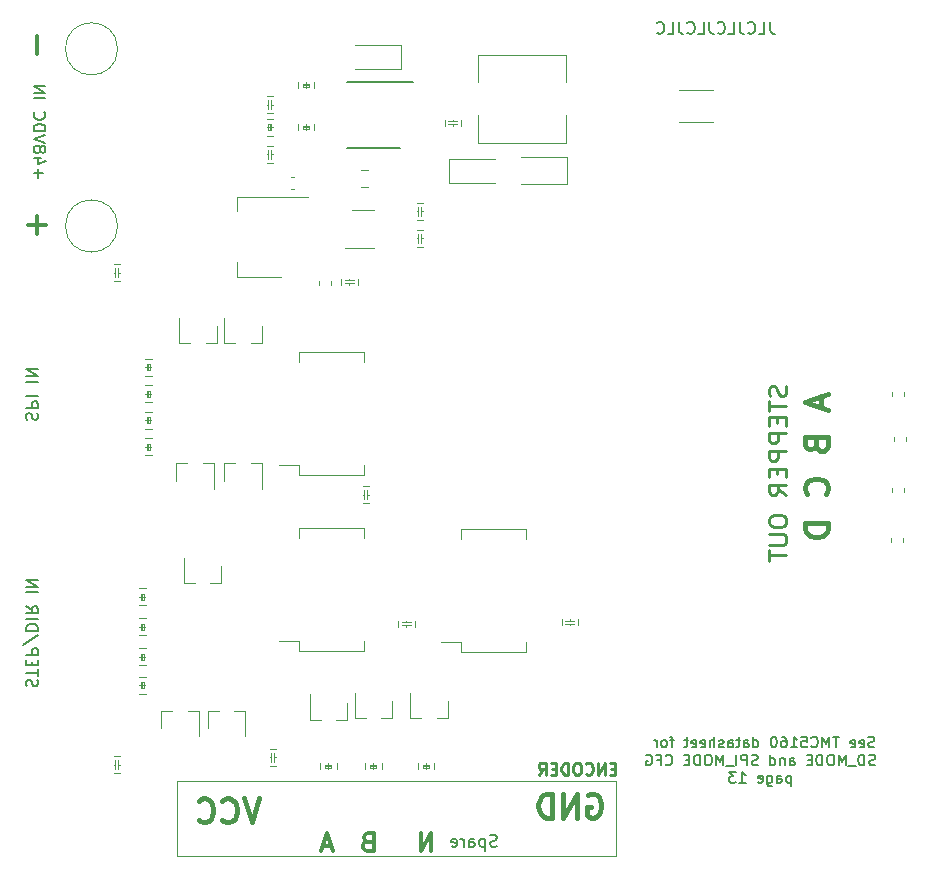
<source format=gbr>
G04 #@! TF.GenerationSoftware,KiCad,Pcbnew,(5.1.6)-1*
G04 #@! TF.CreationDate,2020-05-30T22:10:31+02:00*
G04 #@! TF.ProjectId,TMC51604Axis,544d4335-3136-4303-9441-7869732e6b69,rev?*
G04 #@! TF.SameCoordinates,Original*
G04 #@! TF.FileFunction,Legend,Bot*
G04 #@! TF.FilePolarity,Positive*
%FSLAX46Y46*%
G04 Gerber Fmt 4.6, Leading zero omitted, Abs format (unit mm)*
G04 Created by KiCad (PCBNEW (5.1.6)-1) date 2020-05-30 22:10:31*
%MOMM*%
%LPD*%
G01*
G04 APERTURE LIST*
%ADD10C,0.150000*%
%ADD11C,0.300000*%
%ADD12C,0.120000*%
%ADD13C,0.400000*%
%ADD14C,0.200000*%
%ADD15C,0.375000*%
%ADD16C,0.250000*%
G04 APERTURE END LIST*
D10*
X134864857Y-124975285D02*
X134736285Y-125018142D01*
X134522000Y-125018142D01*
X134436285Y-124975285D01*
X134393428Y-124932428D01*
X134350571Y-124846714D01*
X134350571Y-124761000D01*
X134393428Y-124675285D01*
X134436285Y-124632428D01*
X134522000Y-124589571D01*
X134693428Y-124546714D01*
X134779142Y-124503857D01*
X134822000Y-124461000D01*
X134864857Y-124375285D01*
X134864857Y-124289571D01*
X134822000Y-124203857D01*
X134779142Y-124161000D01*
X134693428Y-124118142D01*
X134479142Y-124118142D01*
X134350571Y-124161000D01*
X133622000Y-124975285D02*
X133707714Y-125018142D01*
X133879142Y-125018142D01*
X133964857Y-124975285D01*
X134007714Y-124889571D01*
X134007714Y-124546714D01*
X133964857Y-124461000D01*
X133879142Y-124418142D01*
X133707714Y-124418142D01*
X133622000Y-124461000D01*
X133579142Y-124546714D01*
X133579142Y-124632428D01*
X134007714Y-124718142D01*
X132850571Y-124975285D02*
X132936285Y-125018142D01*
X133107714Y-125018142D01*
X133193428Y-124975285D01*
X133236285Y-124889571D01*
X133236285Y-124546714D01*
X133193428Y-124461000D01*
X133107714Y-124418142D01*
X132936285Y-124418142D01*
X132850571Y-124461000D01*
X132807714Y-124546714D01*
X132807714Y-124632428D01*
X133236285Y-124718142D01*
X131864857Y-124118142D02*
X131350571Y-124118142D01*
X131607714Y-125018142D02*
X131607714Y-124118142D01*
X131050571Y-125018142D02*
X131050571Y-124118142D01*
X130750571Y-124761000D01*
X130450571Y-124118142D01*
X130450571Y-125018142D01*
X129507714Y-124932428D02*
X129550571Y-124975285D01*
X129679142Y-125018142D01*
X129764857Y-125018142D01*
X129893428Y-124975285D01*
X129979142Y-124889571D01*
X130022000Y-124803857D01*
X130064857Y-124632428D01*
X130064857Y-124503857D01*
X130022000Y-124332428D01*
X129979142Y-124246714D01*
X129893428Y-124161000D01*
X129764857Y-124118142D01*
X129679142Y-124118142D01*
X129550571Y-124161000D01*
X129507714Y-124203857D01*
X128693428Y-124118142D02*
X129122000Y-124118142D01*
X129164857Y-124546714D01*
X129122000Y-124503857D01*
X129036285Y-124461000D01*
X128822000Y-124461000D01*
X128736285Y-124503857D01*
X128693428Y-124546714D01*
X128650571Y-124632428D01*
X128650571Y-124846714D01*
X128693428Y-124932428D01*
X128736285Y-124975285D01*
X128822000Y-125018142D01*
X129036285Y-125018142D01*
X129122000Y-124975285D01*
X129164857Y-124932428D01*
X127793428Y-125018142D02*
X128307714Y-125018142D01*
X128050571Y-125018142D02*
X128050571Y-124118142D01*
X128136285Y-124246714D01*
X128222000Y-124332428D01*
X128307714Y-124375285D01*
X127022000Y-124118142D02*
X127193428Y-124118142D01*
X127279142Y-124161000D01*
X127322000Y-124203857D01*
X127407714Y-124332428D01*
X127450571Y-124503857D01*
X127450571Y-124846714D01*
X127407714Y-124932428D01*
X127364857Y-124975285D01*
X127279142Y-125018142D01*
X127107714Y-125018142D01*
X127022000Y-124975285D01*
X126979142Y-124932428D01*
X126936285Y-124846714D01*
X126936285Y-124632428D01*
X126979142Y-124546714D01*
X127022000Y-124503857D01*
X127107714Y-124461000D01*
X127279142Y-124461000D01*
X127364857Y-124503857D01*
X127407714Y-124546714D01*
X127450571Y-124632428D01*
X126379142Y-124118142D02*
X126293428Y-124118142D01*
X126207714Y-124161000D01*
X126164857Y-124203857D01*
X126122000Y-124289571D01*
X126079142Y-124461000D01*
X126079142Y-124675285D01*
X126122000Y-124846714D01*
X126164857Y-124932428D01*
X126207714Y-124975285D01*
X126293428Y-125018142D01*
X126379142Y-125018142D01*
X126464857Y-124975285D01*
X126507714Y-124932428D01*
X126550571Y-124846714D01*
X126593428Y-124675285D01*
X126593428Y-124461000D01*
X126550571Y-124289571D01*
X126507714Y-124203857D01*
X126464857Y-124161000D01*
X126379142Y-124118142D01*
X124622000Y-125018142D02*
X124622000Y-124118142D01*
X124622000Y-124975285D02*
X124707714Y-125018142D01*
X124879142Y-125018142D01*
X124964857Y-124975285D01*
X125007714Y-124932428D01*
X125050571Y-124846714D01*
X125050571Y-124589571D01*
X125007714Y-124503857D01*
X124964857Y-124461000D01*
X124879142Y-124418142D01*
X124707714Y-124418142D01*
X124622000Y-124461000D01*
X123807714Y-125018142D02*
X123807714Y-124546714D01*
X123850571Y-124461000D01*
X123936285Y-124418142D01*
X124107714Y-124418142D01*
X124193428Y-124461000D01*
X123807714Y-124975285D02*
X123893428Y-125018142D01*
X124107714Y-125018142D01*
X124193428Y-124975285D01*
X124236285Y-124889571D01*
X124236285Y-124803857D01*
X124193428Y-124718142D01*
X124107714Y-124675285D01*
X123893428Y-124675285D01*
X123807714Y-124632428D01*
X123507714Y-124418142D02*
X123164857Y-124418142D01*
X123379142Y-124118142D02*
X123379142Y-124889571D01*
X123336285Y-124975285D01*
X123250571Y-125018142D01*
X123164857Y-125018142D01*
X122479142Y-125018142D02*
X122479142Y-124546714D01*
X122522000Y-124461000D01*
X122607714Y-124418142D01*
X122779142Y-124418142D01*
X122864857Y-124461000D01*
X122479142Y-124975285D02*
X122564857Y-125018142D01*
X122779142Y-125018142D01*
X122864857Y-124975285D01*
X122907714Y-124889571D01*
X122907714Y-124803857D01*
X122864857Y-124718142D01*
X122779142Y-124675285D01*
X122564857Y-124675285D01*
X122479142Y-124632428D01*
X122093428Y-124975285D02*
X122007714Y-125018142D01*
X121836285Y-125018142D01*
X121750571Y-124975285D01*
X121707714Y-124889571D01*
X121707714Y-124846714D01*
X121750571Y-124761000D01*
X121836285Y-124718142D01*
X121964857Y-124718142D01*
X122050571Y-124675285D01*
X122093428Y-124589571D01*
X122093428Y-124546714D01*
X122050571Y-124461000D01*
X121964857Y-124418142D01*
X121836285Y-124418142D01*
X121750571Y-124461000D01*
X121322000Y-125018142D02*
X121322000Y-124118142D01*
X120936285Y-125018142D02*
X120936285Y-124546714D01*
X120979142Y-124461000D01*
X121064857Y-124418142D01*
X121193428Y-124418142D01*
X121279142Y-124461000D01*
X121322000Y-124503857D01*
X120164857Y-124975285D02*
X120250571Y-125018142D01*
X120422000Y-125018142D01*
X120507714Y-124975285D01*
X120550571Y-124889571D01*
X120550571Y-124546714D01*
X120507714Y-124461000D01*
X120422000Y-124418142D01*
X120250571Y-124418142D01*
X120164857Y-124461000D01*
X120122000Y-124546714D01*
X120122000Y-124632428D01*
X120550571Y-124718142D01*
X119393428Y-124975285D02*
X119479142Y-125018142D01*
X119650571Y-125018142D01*
X119736285Y-124975285D01*
X119779142Y-124889571D01*
X119779142Y-124546714D01*
X119736285Y-124461000D01*
X119650571Y-124418142D01*
X119479142Y-124418142D01*
X119393428Y-124461000D01*
X119350571Y-124546714D01*
X119350571Y-124632428D01*
X119779142Y-124718142D01*
X119093428Y-124418142D02*
X118750571Y-124418142D01*
X118964857Y-124118142D02*
X118964857Y-124889571D01*
X118922000Y-124975285D01*
X118836285Y-125018142D01*
X118750571Y-125018142D01*
X117893428Y-124418142D02*
X117550571Y-124418142D01*
X117764857Y-125018142D02*
X117764857Y-124246714D01*
X117722000Y-124161000D01*
X117636285Y-124118142D01*
X117550571Y-124118142D01*
X117122000Y-125018142D02*
X117207714Y-124975285D01*
X117250571Y-124932428D01*
X117293428Y-124846714D01*
X117293428Y-124589571D01*
X117250571Y-124503857D01*
X117207714Y-124461000D01*
X117122000Y-124418142D01*
X116993428Y-124418142D01*
X116907714Y-124461000D01*
X116864857Y-124503857D01*
X116822000Y-124589571D01*
X116822000Y-124846714D01*
X116864857Y-124932428D01*
X116907714Y-124975285D01*
X116993428Y-125018142D01*
X117122000Y-125018142D01*
X116436285Y-125018142D02*
X116436285Y-124418142D01*
X116436285Y-124589571D02*
X116393428Y-124503857D01*
X116350571Y-124461000D01*
X116264857Y-124418142D01*
X116179142Y-124418142D01*
X134929142Y-126475285D02*
X134800571Y-126518142D01*
X134586285Y-126518142D01*
X134500571Y-126475285D01*
X134457714Y-126432428D01*
X134414857Y-126346714D01*
X134414857Y-126261000D01*
X134457714Y-126175285D01*
X134500571Y-126132428D01*
X134586285Y-126089571D01*
X134757714Y-126046714D01*
X134843428Y-126003857D01*
X134886285Y-125961000D01*
X134929142Y-125875285D01*
X134929142Y-125789571D01*
X134886285Y-125703857D01*
X134843428Y-125661000D01*
X134757714Y-125618142D01*
X134543428Y-125618142D01*
X134414857Y-125661000D01*
X134029142Y-126518142D02*
X134029142Y-125618142D01*
X133814857Y-125618142D01*
X133686285Y-125661000D01*
X133600571Y-125746714D01*
X133557714Y-125832428D01*
X133514857Y-126003857D01*
X133514857Y-126132428D01*
X133557714Y-126303857D01*
X133600571Y-126389571D01*
X133686285Y-126475285D01*
X133814857Y-126518142D01*
X134029142Y-126518142D01*
X133343428Y-126603857D02*
X132657714Y-126603857D01*
X132443428Y-126518142D02*
X132443428Y-125618142D01*
X132143428Y-126261000D01*
X131843428Y-125618142D01*
X131843428Y-126518142D01*
X131243428Y-125618142D02*
X131072000Y-125618142D01*
X130986285Y-125661000D01*
X130900571Y-125746714D01*
X130857714Y-125918142D01*
X130857714Y-126218142D01*
X130900571Y-126389571D01*
X130986285Y-126475285D01*
X131072000Y-126518142D01*
X131243428Y-126518142D01*
X131329142Y-126475285D01*
X131414857Y-126389571D01*
X131457714Y-126218142D01*
X131457714Y-125918142D01*
X131414857Y-125746714D01*
X131329142Y-125661000D01*
X131243428Y-125618142D01*
X130472000Y-126518142D02*
X130472000Y-125618142D01*
X130257714Y-125618142D01*
X130129142Y-125661000D01*
X130043428Y-125746714D01*
X130000571Y-125832428D01*
X129957714Y-126003857D01*
X129957714Y-126132428D01*
X130000571Y-126303857D01*
X130043428Y-126389571D01*
X130129142Y-126475285D01*
X130257714Y-126518142D01*
X130472000Y-126518142D01*
X129572000Y-126046714D02*
X129272000Y-126046714D01*
X129143428Y-126518142D02*
X129572000Y-126518142D01*
X129572000Y-125618142D01*
X129143428Y-125618142D01*
X127686285Y-126518142D02*
X127686285Y-126046714D01*
X127729142Y-125961000D01*
X127814857Y-125918142D01*
X127986285Y-125918142D01*
X128072000Y-125961000D01*
X127686285Y-126475285D02*
X127772000Y-126518142D01*
X127986285Y-126518142D01*
X128072000Y-126475285D01*
X128114857Y-126389571D01*
X128114857Y-126303857D01*
X128072000Y-126218142D01*
X127986285Y-126175285D01*
X127772000Y-126175285D01*
X127686285Y-126132428D01*
X127257714Y-125918142D02*
X127257714Y-126518142D01*
X127257714Y-126003857D02*
X127214857Y-125961000D01*
X127129142Y-125918142D01*
X127000571Y-125918142D01*
X126914857Y-125961000D01*
X126872000Y-126046714D01*
X126872000Y-126518142D01*
X126057714Y-126518142D02*
X126057714Y-125618142D01*
X126057714Y-126475285D02*
X126143428Y-126518142D01*
X126314857Y-126518142D01*
X126400571Y-126475285D01*
X126443428Y-126432428D01*
X126486285Y-126346714D01*
X126486285Y-126089571D01*
X126443428Y-126003857D01*
X126400571Y-125961000D01*
X126314857Y-125918142D01*
X126143428Y-125918142D01*
X126057714Y-125961000D01*
X124986285Y-126475285D02*
X124857714Y-126518142D01*
X124643428Y-126518142D01*
X124557714Y-126475285D01*
X124514857Y-126432428D01*
X124472000Y-126346714D01*
X124472000Y-126261000D01*
X124514857Y-126175285D01*
X124557714Y-126132428D01*
X124643428Y-126089571D01*
X124814857Y-126046714D01*
X124900571Y-126003857D01*
X124943428Y-125961000D01*
X124986285Y-125875285D01*
X124986285Y-125789571D01*
X124943428Y-125703857D01*
X124900571Y-125661000D01*
X124814857Y-125618142D01*
X124600571Y-125618142D01*
X124472000Y-125661000D01*
X124086285Y-126518142D02*
X124086285Y-125618142D01*
X123743428Y-125618142D01*
X123657714Y-125661000D01*
X123614857Y-125703857D01*
X123572000Y-125789571D01*
X123572000Y-125918142D01*
X123614857Y-126003857D01*
X123657714Y-126046714D01*
X123743428Y-126089571D01*
X124086285Y-126089571D01*
X123186285Y-126518142D02*
X123186285Y-125618142D01*
X122972000Y-126603857D02*
X122286285Y-126603857D01*
X122072000Y-126518142D02*
X122072000Y-125618142D01*
X121772000Y-126261000D01*
X121472000Y-125618142D01*
X121472000Y-126518142D01*
X120872000Y-125618142D02*
X120700571Y-125618142D01*
X120614857Y-125661000D01*
X120529142Y-125746714D01*
X120486285Y-125918142D01*
X120486285Y-126218142D01*
X120529142Y-126389571D01*
X120614857Y-126475285D01*
X120700571Y-126518142D01*
X120872000Y-126518142D01*
X120957714Y-126475285D01*
X121043428Y-126389571D01*
X121086285Y-126218142D01*
X121086285Y-125918142D01*
X121043428Y-125746714D01*
X120957714Y-125661000D01*
X120872000Y-125618142D01*
X120100571Y-126518142D02*
X120100571Y-125618142D01*
X119886285Y-125618142D01*
X119757714Y-125661000D01*
X119672000Y-125746714D01*
X119629142Y-125832428D01*
X119586285Y-126003857D01*
X119586285Y-126132428D01*
X119629142Y-126303857D01*
X119672000Y-126389571D01*
X119757714Y-126475285D01*
X119886285Y-126518142D01*
X120100571Y-126518142D01*
X119200571Y-126046714D02*
X118900571Y-126046714D01*
X118772000Y-126518142D02*
X119200571Y-126518142D01*
X119200571Y-125618142D01*
X118772000Y-125618142D01*
X117186285Y-126432428D02*
X117229142Y-126475285D01*
X117357714Y-126518142D01*
X117443428Y-126518142D01*
X117572000Y-126475285D01*
X117657714Y-126389571D01*
X117700571Y-126303857D01*
X117743428Y-126132428D01*
X117743428Y-126003857D01*
X117700571Y-125832428D01*
X117657714Y-125746714D01*
X117572000Y-125661000D01*
X117443428Y-125618142D01*
X117357714Y-125618142D01*
X117229142Y-125661000D01*
X117186285Y-125703857D01*
X116500571Y-126046714D02*
X116800571Y-126046714D01*
X116800571Y-126518142D02*
X116800571Y-125618142D01*
X116372000Y-125618142D01*
X115557714Y-125661000D02*
X115643428Y-125618142D01*
X115772000Y-125618142D01*
X115900571Y-125661000D01*
X115986285Y-125746714D01*
X116029142Y-125832428D01*
X116072000Y-126003857D01*
X116072000Y-126132428D01*
X116029142Y-126303857D01*
X115986285Y-126389571D01*
X115900571Y-126475285D01*
X115772000Y-126518142D01*
X115686285Y-126518142D01*
X115557714Y-126475285D01*
X115514857Y-126432428D01*
X115514857Y-126132428D01*
X115686285Y-126132428D01*
X127814857Y-127418142D02*
X127814857Y-128318142D01*
X127814857Y-127461000D02*
X127729142Y-127418142D01*
X127557714Y-127418142D01*
X127472000Y-127461000D01*
X127429142Y-127503857D01*
X127386285Y-127589571D01*
X127386285Y-127846714D01*
X127429142Y-127932428D01*
X127472000Y-127975285D01*
X127557714Y-128018142D01*
X127729142Y-128018142D01*
X127814857Y-127975285D01*
X126614857Y-128018142D02*
X126614857Y-127546714D01*
X126657714Y-127461000D01*
X126743428Y-127418142D01*
X126914857Y-127418142D01*
X127000571Y-127461000D01*
X126614857Y-127975285D02*
X126700571Y-128018142D01*
X126914857Y-128018142D01*
X127000571Y-127975285D01*
X127043428Y-127889571D01*
X127043428Y-127803857D01*
X127000571Y-127718142D01*
X126914857Y-127675285D01*
X126700571Y-127675285D01*
X126614857Y-127632428D01*
X125800571Y-127418142D02*
X125800571Y-128146714D01*
X125843428Y-128232428D01*
X125886285Y-128275285D01*
X125972000Y-128318142D01*
X126100571Y-128318142D01*
X126186285Y-128275285D01*
X125800571Y-127975285D02*
X125886285Y-128018142D01*
X126057714Y-128018142D01*
X126143428Y-127975285D01*
X126186285Y-127932428D01*
X126229142Y-127846714D01*
X126229142Y-127589571D01*
X126186285Y-127503857D01*
X126143428Y-127461000D01*
X126057714Y-127418142D01*
X125886285Y-127418142D01*
X125800571Y-127461000D01*
X125029142Y-127975285D02*
X125114857Y-128018142D01*
X125286285Y-128018142D01*
X125372000Y-127975285D01*
X125414857Y-127889571D01*
X125414857Y-127546714D01*
X125372000Y-127461000D01*
X125286285Y-127418142D01*
X125114857Y-127418142D01*
X125029142Y-127461000D01*
X124986285Y-127546714D01*
X124986285Y-127632428D01*
X125414857Y-127718142D01*
X123443428Y-128018142D02*
X123957714Y-128018142D01*
X123700571Y-128018142D02*
X123700571Y-127118142D01*
X123786285Y-127246714D01*
X123872000Y-127332428D01*
X123957714Y-127375285D01*
X123143428Y-127118142D02*
X122586285Y-127118142D01*
X122886285Y-127461000D01*
X122757714Y-127461000D01*
X122672000Y-127503857D01*
X122629142Y-127546714D01*
X122586285Y-127632428D01*
X122586285Y-127846714D01*
X122629142Y-127932428D01*
X122672000Y-127975285D01*
X122757714Y-128018142D01*
X123014857Y-128018142D01*
X123100571Y-127975285D01*
X123143428Y-127932428D01*
D11*
X63992142Y-66293904D02*
X63992142Y-64770095D01*
X64007857Y-80010095D02*
X64007857Y-81533904D01*
X64769761Y-80772000D02*
X63245952Y-80772000D01*
D12*
X75819000Y-134239000D02*
X75819000Y-127889000D01*
X113030000Y-134239000D02*
X75819000Y-134239000D01*
X113030000Y-127889000D02*
X113030000Y-134239000D01*
X75819000Y-127889000D02*
X113030000Y-127889000D01*
D13*
X110616809Y-129048000D02*
X110807285Y-128952761D01*
X111093000Y-128952761D01*
X111378714Y-129048000D01*
X111569190Y-129238476D01*
X111664428Y-129428952D01*
X111759666Y-129809904D01*
X111759666Y-130095619D01*
X111664428Y-130476571D01*
X111569190Y-130667047D01*
X111378714Y-130857523D01*
X111093000Y-130952761D01*
X110902523Y-130952761D01*
X110616809Y-130857523D01*
X110521571Y-130762285D01*
X110521571Y-130095619D01*
X110902523Y-130095619D01*
X109664428Y-130952761D02*
X109664428Y-128952761D01*
X108521571Y-130952761D01*
X108521571Y-128952761D01*
X107569190Y-130952761D02*
X107569190Y-128952761D01*
X107093000Y-128952761D01*
X106807285Y-129048000D01*
X106616809Y-129238476D01*
X106521571Y-129428952D01*
X106426333Y-129809904D01*
X106426333Y-130095619D01*
X106521571Y-130476571D01*
X106616809Y-130667047D01*
X106807285Y-130857523D01*
X107093000Y-130952761D01*
X107569190Y-130952761D01*
D14*
X102893571Y-133373761D02*
X102750714Y-133421380D01*
X102512619Y-133421380D01*
X102417380Y-133373761D01*
X102369761Y-133326142D01*
X102322142Y-133230904D01*
X102322142Y-133135666D01*
X102369761Y-133040428D01*
X102417380Y-132992809D01*
X102512619Y-132945190D01*
X102703095Y-132897571D01*
X102798333Y-132849952D01*
X102845952Y-132802333D01*
X102893571Y-132707095D01*
X102893571Y-132611857D01*
X102845952Y-132516619D01*
X102798333Y-132469000D01*
X102703095Y-132421380D01*
X102465000Y-132421380D01*
X102322142Y-132469000D01*
X101893571Y-132754714D02*
X101893571Y-133754714D01*
X101893571Y-132802333D02*
X101798333Y-132754714D01*
X101607857Y-132754714D01*
X101512619Y-132802333D01*
X101465000Y-132849952D01*
X101417380Y-132945190D01*
X101417380Y-133230904D01*
X101465000Y-133326142D01*
X101512619Y-133373761D01*
X101607857Y-133421380D01*
X101798333Y-133421380D01*
X101893571Y-133373761D01*
X100560238Y-133421380D02*
X100560238Y-132897571D01*
X100607857Y-132802333D01*
X100703095Y-132754714D01*
X100893571Y-132754714D01*
X100988809Y-132802333D01*
X100560238Y-133373761D02*
X100655476Y-133421380D01*
X100893571Y-133421380D01*
X100988809Y-133373761D01*
X101036428Y-133278523D01*
X101036428Y-133183285D01*
X100988809Y-133088047D01*
X100893571Y-133040428D01*
X100655476Y-133040428D01*
X100560238Y-132992809D01*
X100084047Y-133421380D02*
X100084047Y-132754714D01*
X100084047Y-132945190D02*
X100036428Y-132849952D01*
X99988809Y-132802333D01*
X99893571Y-132754714D01*
X99798333Y-132754714D01*
X99084047Y-133373761D02*
X99179285Y-133421380D01*
X99369761Y-133421380D01*
X99465000Y-133373761D01*
X99512619Y-133278523D01*
X99512619Y-132897571D01*
X99465000Y-132802333D01*
X99369761Y-132754714D01*
X99179285Y-132754714D01*
X99084047Y-132802333D01*
X99036428Y-132897571D01*
X99036428Y-132992809D01*
X99512619Y-133088047D01*
D15*
X97329571Y-133774571D02*
X97329571Y-132274571D01*
X96472428Y-133774571D01*
X96472428Y-132274571D01*
X91967857Y-132988857D02*
X91753571Y-133060285D01*
X91682142Y-133131714D01*
X91610714Y-133274571D01*
X91610714Y-133488857D01*
X91682142Y-133631714D01*
X91753571Y-133703142D01*
X91896428Y-133774571D01*
X92467857Y-133774571D01*
X92467857Y-132274571D01*
X91967857Y-132274571D01*
X91825000Y-132346000D01*
X91753571Y-132417428D01*
X91682142Y-132560285D01*
X91682142Y-132703142D01*
X91753571Y-132846000D01*
X91825000Y-132917428D01*
X91967857Y-132988857D01*
X92467857Y-132988857D01*
X88876142Y-133346000D02*
X88161857Y-133346000D01*
X89019000Y-133774571D02*
X88519000Y-132274571D01*
X88019000Y-133774571D01*
D13*
X82803666Y-129333761D02*
X82137000Y-131333761D01*
X81470333Y-129333761D01*
X79660809Y-131143285D02*
X79756047Y-131238523D01*
X80041761Y-131333761D01*
X80232238Y-131333761D01*
X80517952Y-131238523D01*
X80708428Y-131048047D01*
X80803666Y-130857571D01*
X80898904Y-130476619D01*
X80898904Y-130190904D01*
X80803666Y-129809952D01*
X80708428Y-129619476D01*
X80517952Y-129429000D01*
X80232238Y-129333761D01*
X80041761Y-129333761D01*
X79756047Y-129429000D01*
X79660809Y-129524238D01*
X77660809Y-131143285D02*
X77756047Y-131238523D01*
X78041761Y-131333761D01*
X78232238Y-131333761D01*
X78517952Y-131238523D01*
X78708428Y-131048047D01*
X78803666Y-130857571D01*
X78898904Y-130476619D01*
X78898904Y-130190904D01*
X78803666Y-129809952D01*
X78708428Y-129619476D01*
X78517952Y-129429000D01*
X78232238Y-129333761D01*
X78041761Y-129333761D01*
X77756047Y-129429000D01*
X77660809Y-129524238D01*
D16*
X112942285Y-126801571D02*
X112608952Y-126801571D01*
X112466095Y-127325380D02*
X112942285Y-127325380D01*
X112942285Y-126325380D01*
X112466095Y-126325380D01*
X112037523Y-127325380D02*
X112037523Y-126325380D01*
X111466095Y-127325380D01*
X111466095Y-126325380D01*
X110418476Y-127230142D02*
X110466095Y-127277761D01*
X110608952Y-127325380D01*
X110704190Y-127325380D01*
X110847047Y-127277761D01*
X110942285Y-127182523D01*
X110989904Y-127087285D01*
X111037523Y-126896809D01*
X111037523Y-126753952D01*
X110989904Y-126563476D01*
X110942285Y-126468238D01*
X110847047Y-126373000D01*
X110704190Y-126325380D01*
X110608952Y-126325380D01*
X110466095Y-126373000D01*
X110418476Y-126420619D01*
X109799428Y-126325380D02*
X109608952Y-126325380D01*
X109513714Y-126373000D01*
X109418476Y-126468238D01*
X109370857Y-126658714D01*
X109370857Y-126992047D01*
X109418476Y-127182523D01*
X109513714Y-127277761D01*
X109608952Y-127325380D01*
X109799428Y-127325380D01*
X109894666Y-127277761D01*
X109989904Y-127182523D01*
X110037523Y-126992047D01*
X110037523Y-126658714D01*
X109989904Y-126468238D01*
X109894666Y-126373000D01*
X109799428Y-126325380D01*
X108942285Y-127325380D02*
X108942285Y-126325380D01*
X108704190Y-126325380D01*
X108561333Y-126373000D01*
X108466095Y-126468238D01*
X108418476Y-126563476D01*
X108370857Y-126753952D01*
X108370857Y-126896809D01*
X108418476Y-127087285D01*
X108466095Y-127182523D01*
X108561333Y-127277761D01*
X108704190Y-127325380D01*
X108942285Y-127325380D01*
X107942285Y-126801571D02*
X107608952Y-126801571D01*
X107466095Y-127325380D02*
X107942285Y-127325380D01*
X107942285Y-126325380D01*
X107466095Y-126325380D01*
X106466095Y-127325380D02*
X106799428Y-126849190D01*
X107037523Y-127325380D02*
X107037523Y-126325380D01*
X106656571Y-126325380D01*
X106561333Y-126373000D01*
X106513714Y-126420619D01*
X106466095Y-126515857D01*
X106466095Y-126658714D01*
X106513714Y-126753952D01*
X106561333Y-126801571D01*
X106656571Y-126849190D01*
X107037523Y-126849190D01*
D14*
X63095238Y-119839809D02*
X63047619Y-119696952D01*
X63047619Y-119458857D01*
X63095238Y-119363619D01*
X63142857Y-119316000D01*
X63238095Y-119268380D01*
X63333333Y-119268380D01*
X63428571Y-119316000D01*
X63476190Y-119363619D01*
X63523809Y-119458857D01*
X63571428Y-119649333D01*
X63619047Y-119744571D01*
X63666666Y-119792190D01*
X63761904Y-119839809D01*
X63857142Y-119839809D01*
X63952380Y-119792190D01*
X64000000Y-119744571D01*
X64047619Y-119649333D01*
X64047619Y-119411238D01*
X64000000Y-119268380D01*
X64047619Y-118982666D02*
X64047619Y-118411238D01*
X63047619Y-118696952D02*
X64047619Y-118696952D01*
X63571428Y-118077904D02*
X63571428Y-117744571D01*
X63047619Y-117601714D02*
X63047619Y-118077904D01*
X64047619Y-118077904D01*
X64047619Y-117601714D01*
X63047619Y-117173142D02*
X64047619Y-117173142D01*
X64047619Y-116792190D01*
X64000000Y-116696952D01*
X63952380Y-116649333D01*
X63857142Y-116601714D01*
X63714285Y-116601714D01*
X63619047Y-116649333D01*
X63571428Y-116696952D01*
X63523809Y-116792190D01*
X63523809Y-117173142D01*
X64095238Y-115458857D02*
X62809523Y-116316000D01*
X63047619Y-115125523D02*
X64047619Y-115125523D01*
X64047619Y-114887428D01*
X64000000Y-114744571D01*
X63904761Y-114649333D01*
X63809523Y-114601714D01*
X63619047Y-114554095D01*
X63476190Y-114554095D01*
X63285714Y-114601714D01*
X63190476Y-114649333D01*
X63095238Y-114744571D01*
X63047619Y-114887428D01*
X63047619Y-115125523D01*
X63047619Y-114125523D02*
X64047619Y-114125523D01*
X63047619Y-113077904D02*
X63523809Y-113411238D01*
X63047619Y-113649333D02*
X64047619Y-113649333D01*
X64047619Y-113268380D01*
X64000000Y-113173142D01*
X63952380Y-113125523D01*
X63857142Y-113077904D01*
X63714285Y-113077904D01*
X63619047Y-113125523D01*
X63571428Y-113173142D01*
X63523809Y-113268380D01*
X63523809Y-113649333D01*
X63047619Y-111887428D02*
X64047619Y-111887428D01*
X63047619Y-111411238D02*
X64047619Y-111411238D01*
X63047619Y-110839809D01*
X64047619Y-110839809D01*
X63095238Y-97289666D02*
X63047619Y-97146809D01*
X63047619Y-96908714D01*
X63095238Y-96813476D01*
X63142857Y-96765857D01*
X63238095Y-96718238D01*
X63333333Y-96718238D01*
X63428571Y-96765857D01*
X63476190Y-96813476D01*
X63523809Y-96908714D01*
X63571428Y-97099190D01*
X63619047Y-97194428D01*
X63666666Y-97242047D01*
X63761904Y-97289666D01*
X63857142Y-97289666D01*
X63952380Y-97242047D01*
X64000000Y-97194428D01*
X64047619Y-97099190D01*
X64047619Y-96861095D01*
X64000000Y-96718238D01*
X63047619Y-96289666D02*
X64047619Y-96289666D01*
X64047619Y-95908714D01*
X64000000Y-95813476D01*
X63952380Y-95765857D01*
X63857142Y-95718238D01*
X63714285Y-95718238D01*
X63619047Y-95765857D01*
X63571428Y-95813476D01*
X63523809Y-95908714D01*
X63523809Y-96289666D01*
X63047619Y-95289666D02*
X64047619Y-95289666D01*
X63047619Y-94051571D02*
X64047619Y-94051571D01*
X63047619Y-93575380D02*
X64047619Y-93575380D01*
X63047619Y-93003952D01*
X64047619Y-93003952D01*
X64063571Y-76802761D02*
X64063571Y-76040857D01*
X63682619Y-76421809D02*
X64444523Y-76421809D01*
X64349285Y-75136095D02*
X63682619Y-75136095D01*
X64730238Y-75374190D02*
X64015952Y-75612285D01*
X64015952Y-74993238D01*
X64254047Y-74469428D02*
X64301666Y-74564666D01*
X64349285Y-74612285D01*
X64444523Y-74659904D01*
X64492142Y-74659904D01*
X64587380Y-74612285D01*
X64635000Y-74564666D01*
X64682619Y-74469428D01*
X64682619Y-74278952D01*
X64635000Y-74183714D01*
X64587380Y-74136095D01*
X64492142Y-74088476D01*
X64444523Y-74088476D01*
X64349285Y-74136095D01*
X64301666Y-74183714D01*
X64254047Y-74278952D01*
X64254047Y-74469428D01*
X64206428Y-74564666D01*
X64158809Y-74612285D01*
X64063571Y-74659904D01*
X63873095Y-74659904D01*
X63777857Y-74612285D01*
X63730238Y-74564666D01*
X63682619Y-74469428D01*
X63682619Y-74278952D01*
X63730238Y-74183714D01*
X63777857Y-74136095D01*
X63873095Y-74088476D01*
X64063571Y-74088476D01*
X64158809Y-74136095D01*
X64206428Y-74183714D01*
X64254047Y-74278952D01*
X64682619Y-73802761D02*
X63682619Y-73469428D01*
X64682619Y-73136095D01*
X63682619Y-72802761D02*
X64682619Y-72802761D01*
X64682619Y-72564666D01*
X64635000Y-72421809D01*
X64539761Y-72326571D01*
X64444523Y-72278952D01*
X64254047Y-72231333D01*
X64111190Y-72231333D01*
X63920714Y-72278952D01*
X63825476Y-72326571D01*
X63730238Y-72421809D01*
X63682619Y-72564666D01*
X63682619Y-72802761D01*
X63777857Y-71231333D02*
X63730238Y-71278952D01*
X63682619Y-71421809D01*
X63682619Y-71517047D01*
X63730238Y-71659904D01*
X63825476Y-71755142D01*
X63920714Y-71802761D01*
X64111190Y-71850380D01*
X64254047Y-71850380D01*
X64444523Y-71802761D01*
X64539761Y-71755142D01*
X64635000Y-71659904D01*
X64682619Y-71517047D01*
X64682619Y-71421809D01*
X64635000Y-71278952D01*
X64587380Y-71231333D01*
X63682619Y-70040857D02*
X64682619Y-70040857D01*
X63682619Y-69564666D02*
X64682619Y-69564666D01*
X63682619Y-68993238D01*
X64682619Y-68993238D01*
D13*
X130952761Y-106029190D02*
X128952761Y-106029190D01*
X128952761Y-106505380D01*
X129048000Y-106791095D01*
X129238476Y-106981571D01*
X129428952Y-107076809D01*
X129809904Y-107172047D01*
X130095619Y-107172047D01*
X130476571Y-107076809D01*
X130667047Y-106981571D01*
X130857523Y-106791095D01*
X130952761Y-106505380D01*
X130952761Y-106029190D01*
X130762285Y-103526094D02*
X130857523Y-103430856D01*
X130952761Y-103145142D01*
X130952761Y-102954666D01*
X130857523Y-102668951D01*
X130667047Y-102478475D01*
X130476571Y-102383237D01*
X130095619Y-102287999D01*
X129809904Y-102287999D01*
X129428952Y-102383237D01*
X129238476Y-102478475D01*
X129048000Y-102668951D01*
X128952761Y-102954666D01*
X128952761Y-103145142D01*
X129048000Y-103430856D01*
X129143238Y-103526094D01*
X129905142Y-99403952D02*
X130000380Y-99689666D01*
X130095619Y-99784904D01*
X130286095Y-99880142D01*
X130571809Y-99880142D01*
X130762285Y-99784904D01*
X130857523Y-99689666D01*
X130952761Y-99499190D01*
X130952761Y-98737285D01*
X128952761Y-98737285D01*
X128952761Y-99403952D01*
X129048000Y-99594428D01*
X129143238Y-99689666D01*
X129333714Y-99784904D01*
X129524190Y-99784904D01*
X129714666Y-99689666D01*
X129809904Y-99594428D01*
X129905142Y-99403952D01*
X129905142Y-98737285D01*
X130381333Y-95281809D02*
X130381333Y-96234190D01*
X130952761Y-95091333D02*
X128952761Y-95758000D01*
X130952761Y-96424666D01*
D16*
X127353142Y-94405571D02*
X127424571Y-94619857D01*
X127424571Y-94977000D01*
X127353142Y-95119857D01*
X127281714Y-95191285D01*
X127138857Y-95262714D01*
X126996000Y-95262714D01*
X126853142Y-95191285D01*
X126781714Y-95119857D01*
X126710285Y-94977000D01*
X126638857Y-94691285D01*
X126567428Y-94548428D01*
X126496000Y-94477000D01*
X126353142Y-94405571D01*
X126210285Y-94405571D01*
X126067428Y-94477000D01*
X125996000Y-94548428D01*
X125924571Y-94691285D01*
X125924571Y-95048428D01*
X125996000Y-95262714D01*
X125924571Y-95691285D02*
X125924571Y-96548428D01*
X127424571Y-96119857D02*
X125924571Y-96119857D01*
X126638857Y-97048428D02*
X126638857Y-97548428D01*
X127424571Y-97762714D02*
X127424571Y-97048428D01*
X125924571Y-97048428D01*
X125924571Y-97762714D01*
X127424571Y-98405571D02*
X125924571Y-98405571D01*
X125924571Y-98977000D01*
X125996000Y-99119857D01*
X126067428Y-99191285D01*
X126210285Y-99262714D01*
X126424571Y-99262714D01*
X126567428Y-99191285D01*
X126638857Y-99119857D01*
X126710285Y-98977000D01*
X126710285Y-98405571D01*
X127424571Y-99905571D02*
X125924571Y-99905571D01*
X125924571Y-100477000D01*
X125996000Y-100619857D01*
X126067428Y-100691285D01*
X126210285Y-100762714D01*
X126424571Y-100762714D01*
X126567428Y-100691285D01*
X126638857Y-100619857D01*
X126710285Y-100477000D01*
X126710285Y-99905571D01*
X126638857Y-101405571D02*
X126638857Y-101905571D01*
X127424571Y-102119857D02*
X127424571Y-101405571D01*
X125924571Y-101405571D01*
X125924571Y-102119857D01*
X127424571Y-103619857D02*
X126710285Y-103119857D01*
X127424571Y-102762714D02*
X125924571Y-102762714D01*
X125924571Y-103334142D01*
X125996000Y-103477000D01*
X126067428Y-103548428D01*
X126210285Y-103619857D01*
X126424571Y-103619857D01*
X126567428Y-103548428D01*
X126638857Y-103477000D01*
X126710285Y-103334142D01*
X126710285Y-102762714D01*
X125924571Y-105691285D02*
X125924571Y-105977000D01*
X125996000Y-106119857D01*
X126138857Y-106262714D01*
X126424571Y-106334142D01*
X126924571Y-106334142D01*
X127210285Y-106262714D01*
X127353142Y-106119857D01*
X127424571Y-105977000D01*
X127424571Y-105691285D01*
X127353142Y-105548428D01*
X127210285Y-105405571D01*
X126924571Y-105334142D01*
X126424571Y-105334142D01*
X126138857Y-105405571D01*
X125996000Y-105548428D01*
X125924571Y-105691285D01*
X125924571Y-106977000D02*
X127138857Y-106977000D01*
X127281714Y-107048428D01*
X127353142Y-107119857D01*
X127424571Y-107262714D01*
X127424571Y-107548428D01*
X127353142Y-107691285D01*
X127281714Y-107762714D01*
X127138857Y-107834142D01*
X125924571Y-107834142D01*
X125924571Y-108334142D02*
X125924571Y-109191285D01*
X127424571Y-108762714D02*
X125924571Y-108762714D01*
D14*
X126031047Y-63587380D02*
X126031047Y-64301666D01*
X126078666Y-64444523D01*
X126173904Y-64539761D01*
X126316761Y-64587380D01*
X126412000Y-64587380D01*
X125078666Y-64587380D02*
X125554857Y-64587380D01*
X125554857Y-63587380D01*
X124173904Y-64492142D02*
X124221523Y-64539761D01*
X124364380Y-64587380D01*
X124459619Y-64587380D01*
X124602476Y-64539761D01*
X124697714Y-64444523D01*
X124745333Y-64349285D01*
X124792952Y-64158809D01*
X124792952Y-64015952D01*
X124745333Y-63825476D01*
X124697714Y-63730238D01*
X124602476Y-63635000D01*
X124459619Y-63587380D01*
X124364380Y-63587380D01*
X124221523Y-63635000D01*
X124173904Y-63682619D01*
X123459619Y-63587380D02*
X123459619Y-64301666D01*
X123507238Y-64444523D01*
X123602476Y-64539761D01*
X123745333Y-64587380D01*
X123840571Y-64587380D01*
X122507238Y-64587380D02*
X122983428Y-64587380D01*
X122983428Y-63587380D01*
X121602476Y-64492142D02*
X121650095Y-64539761D01*
X121792952Y-64587380D01*
X121888190Y-64587380D01*
X122031047Y-64539761D01*
X122126285Y-64444523D01*
X122173904Y-64349285D01*
X122221523Y-64158809D01*
X122221523Y-64015952D01*
X122173904Y-63825476D01*
X122126285Y-63730238D01*
X122031047Y-63635000D01*
X121888190Y-63587380D01*
X121792952Y-63587380D01*
X121650095Y-63635000D01*
X121602476Y-63682619D01*
X120888190Y-63587380D02*
X120888190Y-64301666D01*
X120935809Y-64444523D01*
X121031047Y-64539761D01*
X121173904Y-64587380D01*
X121269142Y-64587380D01*
X119935809Y-64587380D02*
X120412000Y-64587380D01*
X120412000Y-63587380D01*
X119031047Y-64492142D02*
X119078666Y-64539761D01*
X119221523Y-64587380D01*
X119316761Y-64587380D01*
X119459619Y-64539761D01*
X119554857Y-64444523D01*
X119602476Y-64349285D01*
X119650095Y-64158809D01*
X119650095Y-64015952D01*
X119602476Y-63825476D01*
X119554857Y-63730238D01*
X119459619Y-63635000D01*
X119316761Y-63587380D01*
X119221523Y-63587380D01*
X119078666Y-63635000D01*
X119031047Y-63682619D01*
X118316761Y-63587380D02*
X118316761Y-64301666D01*
X118364380Y-64444523D01*
X118459619Y-64539761D01*
X118602476Y-64587380D01*
X118697714Y-64587380D01*
X117364380Y-64587380D02*
X117840571Y-64587380D01*
X117840571Y-63587380D01*
X116459619Y-64492142D02*
X116507238Y-64539761D01*
X116650095Y-64587380D01*
X116745333Y-64587380D01*
X116888190Y-64539761D01*
X116983428Y-64444523D01*
X117031047Y-64349285D01*
X117078666Y-64158809D01*
X117078666Y-64015952D01*
X117031047Y-63825476D01*
X116983428Y-63730238D01*
X116888190Y-63635000D01*
X116745333Y-63587380D01*
X116650095Y-63587380D01*
X116507238Y-63635000D01*
X116459619Y-63682619D01*
D12*
X70480422Y-84126000D02*
X70997578Y-84126000D01*
X70480422Y-85546000D02*
X70997578Y-85546000D01*
X70612000Y-85217000D02*
X70612000Y-84582000D01*
X70866000Y-85217000D02*
X70866000Y-84582000D01*
X70612000Y-84836000D02*
X70485000Y-84836000D01*
X70866000Y-84836000D02*
X70993000Y-84836000D01*
X70866000Y-84582000D02*
X70866000Y-84455000D01*
X70612000Y-84582000D02*
X70612000Y-84455000D01*
X70480422Y-125782000D02*
X70997578Y-125782000D01*
X70480422Y-127202000D02*
X70997578Y-127202000D01*
X70612000Y-126873000D02*
X70612000Y-126238000D01*
X70866000Y-126873000D02*
X70866000Y-126238000D01*
X70612000Y-126492000D02*
X70485000Y-126492000D01*
X70866000Y-126492000D02*
X70993000Y-126492000D01*
X70866000Y-126238000D02*
X70866000Y-126111000D01*
X70612000Y-126238000D02*
X70612000Y-126111000D01*
X73156578Y-112978000D02*
X72639422Y-112978000D01*
X73156578Y-111558000D02*
X72639422Y-111558000D01*
X73152000Y-112268000D02*
X72644000Y-112268000D01*
X73025000Y-112268000D02*
X73025000Y-112014000D01*
X73025000Y-112014000D02*
X72771000Y-112014000D01*
X72771000Y-112014000D02*
X72771000Y-112522000D01*
X72771000Y-112522000D02*
X73025000Y-112522000D01*
X73025000Y-112522000D02*
X73025000Y-112268000D01*
X72898000Y-112522000D02*
X72898000Y-112014000D01*
X118358936Y-72099000D02*
X121163064Y-72099000D01*
X118358936Y-69379000D02*
X121163064Y-69379000D01*
X83688422Y-125147000D02*
X84205578Y-125147000D01*
X83688422Y-126567000D02*
X84205578Y-126567000D01*
X83820000Y-126238000D02*
X83820000Y-125603000D01*
X84074000Y-126238000D02*
X84074000Y-125603000D01*
X83820000Y-125857000D02*
X83693000Y-125857000D01*
X84074000Y-125857000D02*
X84201000Y-125857000D01*
X84074000Y-125603000D02*
X84074000Y-125476000D01*
X83820000Y-125603000D02*
X83820000Y-125476000D01*
X102616000Y-106550000D02*
X105376000Y-106550000D01*
X105376000Y-106550000D02*
X105376000Y-107390000D01*
X102616000Y-106550000D02*
X99856000Y-106550000D01*
X99856000Y-106550000D02*
X99856000Y-107390000D01*
X102616000Y-116970000D02*
X105376000Y-116970000D01*
X105376000Y-116970000D02*
X105376000Y-116130000D01*
X102616000Y-116970000D02*
X99856000Y-116970000D01*
X99856000Y-116970000D02*
X99856000Y-116130000D01*
X99856000Y-116130000D02*
X98166000Y-116130000D01*
X94036000Y-122553000D02*
X93106000Y-122553000D01*
X90876000Y-122553000D02*
X91806000Y-122553000D01*
X90876000Y-122553000D02*
X90876000Y-120393000D01*
X94036000Y-122553000D02*
X94036000Y-121093000D01*
X73156578Y-118058000D02*
X72639422Y-118058000D01*
X73156578Y-116638000D02*
X72639422Y-116638000D01*
X73152000Y-117348000D02*
X72644000Y-117348000D01*
X73025000Y-117348000D02*
X73025000Y-117094000D01*
X73025000Y-117094000D02*
X72771000Y-117094000D01*
X72771000Y-117094000D02*
X72771000Y-117602000D01*
X72771000Y-117602000D02*
X73025000Y-117602000D01*
X73025000Y-117602000D02*
X73025000Y-117348000D01*
X72898000Y-117602000D02*
X72898000Y-117094000D01*
X97611000Y-126360422D02*
X97611000Y-126877578D01*
X96191000Y-126360422D02*
X96191000Y-126877578D01*
X96901000Y-126365000D02*
X96901000Y-126873000D01*
X96901000Y-126492000D02*
X96647000Y-126492000D01*
X96647000Y-126492000D02*
X96647000Y-126746000D01*
X96647000Y-126746000D02*
X97155000Y-126746000D01*
X97155000Y-126746000D02*
X97155000Y-126492000D01*
X97155000Y-126492000D02*
X96901000Y-126492000D01*
X97155000Y-126619000D02*
X96647000Y-126619000D01*
X93166000Y-126360422D02*
X93166000Y-126877578D01*
X91746000Y-126360422D02*
X91746000Y-126877578D01*
X92456000Y-126365000D02*
X92456000Y-126873000D01*
X92456000Y-126492000D02*
X92202000Y-126492000D01*
X92202000Y-126492000D02*
X92202000Y-126746000D01*
X92202000Y-126746000D02*
X92710000Y-126746000D01*
X92710000Y-126746000D02*
X92710000Y-126492000D01*
X92710000Y-126492000D02*
X92456000Y-126492000D01*
X92710000Y-126619000D02*
X92202000Y-126619000D01*
X73156578Y-120471000D02*
X72639422Y-120471000D01*
X73156578Y-119051000D02*
X72639422Y-119051000D01*
X73152000Y-119761000D02*
X72644000Y-119761000D01*
X73025000Y-119761000D02*
X73025000Y-119507000D01*
X73025000Y-119507000D02*
X72771000Y-119507000D01*
X72771000Y-119507000D02*
X72771000Y-120015000D01*
X72771000Y-120015000D02*
X73025000Y-120015000D01*
X73025000Y-120015000D02*
X73025000Y-119761000D01*
X72898000Y-120015000D02*
X72898000Y-119507000D01*
X89356000Y-126360422D02*
X89356000Y-126877578D01*
X87936000Y-126360422D02*
X87936000Y-126877578D01*
X88646000Y-126365000D02*
X88646000Y-126873000D01*
X88646000Y-126492000D02*
X88392000Y-126492000D01*
X88392000Y-126492000D02*
X88392000Y-126746000D01*
X88392000Y-126746000D02*
X88900000Y-126746000D01*
X88900000Y-126746000D02*
X88900000Y-126492000D01*
X88900000Y-126492000D02*
X88646000Y-126492000D01*
X88900000Y-126619000D02*
X88392000Y-126619000D01*
X73664578Y-100278000D02*
X73147422Y-100278000D01*
X73664578Y-98858000D02*
X73147422Y-98858000D01*
X73660000Y-99568000D02*
X73152000Y-99568000D01*
X73533000Y-99568000D02*
X73533000Y-99314000D01*
X73533000Y-99314000D02*
X73279000Y-99314000D01*
X73279000Y-99314000D02*
X73279000Y-99822000D01*
X73279000Y-99822000D02*
X73533000Y-99822000D01*
X73533000Y-99822000D02*
X73533000Y-99568000D01*
X73406000Y-99822000D02*
X73406000Y-99314000D01*
X73664578Y-95790666D02*
X73147422Y-95790666D01*
X73664578Y-94370666D02*
X73147422Y-94370666D01*
X73660000Y-95080666D02*
X73152000Y-95080666D01*
X73533000Y-95080666D02*
X73533000Y-94826666D01*
X73533000Y-94826666D02*
X73279000Y-94826666D01*
X73279000Y-94826666D02*
X73279000Y-95334666D01*
X73279000Y-95334666D02*
X73533000Y-95334666D01*
X73533000Y-95334666D02*
X73533000Y-95080666D01*
X73406000Y-95334666D02*
X73406000Y-94826666D01*
X73664578Y-93547000D02*
X73147422Y-93547000D01*
X73664578Y-92127000D02*
X73147422Y-92127000D01*
X73660000Y-92837000D02*
X73152000Y-92837000D01*
X73533000Y-92837000D02*
X73533000Y-92583000D01*
X73533000Y-92583000D02*
X73279000Y-92583000D01*
X73279000Y-92583000D02*
X73279000Y-93091000D01*
X73279000Y-93091000D02*
X73533000Y-93091000D01*
X73533000Y-93091000D02*
X73533000Y-92837000D01*
X73406000Y-93091000D02*
X73406000Y-92583000D01*
X73664578Y-98034332D02*
X73147422Y-98034332D01*
X73664578Y-96614332D02*
X73147422Y-96614332D01*
X73660000Y-97324332D02*
X73152000Y-97324332D01*
X73533000Y-97324332D02*
X73533000Y-97070332D01*
X73533000Y-97070332D02*
X73279000Y-97070332D01*
X73279000Y-97070332D02*
X73279000Y-97578332D01*
X73279000Y-97578332D02*
X73533000Y-97578332D01*
X73533000Y-97578332D02*
X73533000Y-97324332D01*
X73406000Y-97578332D02*
X73406000Y-97070332D01*
X73156578Y-115518000D02*
X72639422Y-115518000D01*
X73156578Y-114098000D02*
X72639422Y-114098000D01*
X73152000Y-114808000D02*
X72644000Y-114808000D01*
X73025000Y-114808000D02*
X73025000Y-114554000D01*
X73025000Y-114554000D02*
X72771000Y-114554000D01*
X72771000Y-114554000D02*
X72771000Y-115062000D01*
X72771000Y-115062000D02*
X73025000Y-115062000D01*
X73025000Y-115062000D02*
X73025000Y-114808000D01*
X72898000Y-115062000D02*
X72898000Y-114554000D01*
X86031000Y-69219578D02*
X86031000Y-68702422D01*
X87451000Y-69219578D02*
X87451000Y-68702422D01*
X86741000Y-69215000D02*
X86741000Y-68707000D01*
X86741000Y-69088000D02*
X86995000Y-69088000D01*
X86995000Y-69088000D02*
X86995000Y-68834000D01*
X86995000Y-68834000D02*
X86487000Y-68834000D01*
X86487000Y-68834000D02*
X86487000Y-69088000D01*
X86487000Y-69088000D02*
X86741000Y-69088000D01*
X86487000Y-68961000D02*
X86995000Y-68961000D01*
X86031000Y-72775578D02*
X86031000Y-72258422D01*
X87451000Y-72775578D02*
X87451000Y-72258422D01*
X86741000Y-72771000D02*
X86741000Y-72263000D01*
X86741000Y-72644000D02*
X86995000Y-72644000D01*
X86995000Y-72644000D02*
X86995000Y-72390000D01*
X86995000Y-72390000D02*
X86487000Y-72390000D01*
X86487000Y-72390000D02*
X86487000Y-72644000D01*
X86487000Y-72644000D02*
X86741000Y-72644000D01*
X86487000Y-72517000D02*
X86995000Y-72517000D01*
X83951578Y-73227000D02*
X83434422Y-73227000D01*
X83951578Y-71807000D02*
X83434422Y-71807000D01*
X83947000Y-72517000D02*
X83439000Y-72517000D01*
X83820000Y-72517000D02*
X83820000Y-72263000D01*
X83820000Y-72263000D02*
X83566000Y-72263000D01*
X83566000Y-72263000D02*
X83566000Y-72771000D01*
X83566000Y-72771000D02*
X83820000Y-72771000D01*
X83820000Y-72771000D02*
X83820000Y-72517000D01*
X83693000Y-72771000D02*
X83693000Y-72263000D01*
X78430000Y-121922000D02*
X79360000Y-121922000D01*
X81590000Y-121922000D02*
X80660000Y-121922000D01*
X81590000Y-121922000D02*
X81590000Y-124082000D01*
X78430000Y-121922000D02*
X78430000Y-123382000D01*
X98735000Y-122553000D02*
X97805000Y-122553000D01*
X95575000Y-122553000D02*
X96505000Y-122553000D01*
X95575000Y-122553000D02*
X95575000Y-120393000D01*
X98735000Y-122553000D02*
X98735000Y-121093000D01*
X74493000Y-121922000D02*
X75423000Y-121922000D01*
X77653000Y-121922000D02*
X76723000Y-121922000D01*
X77653000Y-121922000D02*
X77653000Y-124082000D01*
X74493000Y-121922000D02*
X74493000Y-123382000D01*
X90226000Y-122680000D02*
X89296000Y-122680000D01*
X87066000Y-122680000D02*
X87996000Y-122680000D01*
X87066000Y-122680000D02*
X87066000Y-120520000D01*
X90226000Y-122680000D02*
X90226000Y-121220000D01*
X75763000Y-100967000D02*
X76693000Y-100967000D01*
X78923000Y-100967000D02*
X77993000Y-100967000D01*
X78923000Y-100967000D02*
X78923000Y-103127000D01*
X75763000Y-100967000D02*
X75763000Y-102427000D01*
X82987000Y-90803000D02*
X82057000Y-90803000D01*
X79827000Y-90803000D02*
X80757000Y-90803000D01*
X79827000Y-90803000D02*
X79827000Y-88643000D01*
X82987000Y-90803000D02*
X82987000Y-89343000D01*
X79177000Y-90803000D02*
X78247000Y-90803000D01*
X76017000Y-90803000D02*
X76947000Y-90803000D01*
X76017000Y-90803000D02*
X76017000Y-88643000D01*
X79177000Y-90803000D02*
X79177000Y-89343000D01*
X79827000Y-100967000D02*
X80757000Y-100967000D01*
X82987000Y-100967000D02*
X82057000Y-100967000D01*
X82987000Y-100967000D02*
X82987000Y-103127000D01*
X79827000Y-100967000D02*
X79827000Y-102427000D01*
X79558000Y-111123000D02*
X78628000Y-111123000D01*
X76398000Y-111123000D02*
X77328000Y-111123000D01*
X76398000Y-111123000D02*
X76398000Y-108963000D01*
X79558000Y-111123000D02*
X79558000Y-109663000D01*
X94540000Y-114812578D02*
X94540000Y-114295422D01*
X95960000Y-114812578D02*
X95960000Y-114295422D01*
X95631000Y-114681000D02*
X94996000Y-114681000D01*
X95631000Y-114427000D02*
X94996000Y-114427000D01*
X95250000Y-114681000D02*
X95250000Y-114808000D01*
X95250000Y-114427000D02*
X95250000Y-114300000D01*
X94996000Y-114427000D02*
X94869000Y-114427000D01*
X94996000Y-114681000D02*
X94869000Y-114681000D01*
X92079578Y-104342000D02*
X91562422Y-104342000D01*
X92079578Y-102922000D02*
X91562422Y-102922000D01*
X91948000Y-103251000D02*
X91948000Y-103886000D01*
X91694000Y-103251000D02*
X91694000Y-103886000D01*
X91948000Y-103632000D02*
X92075000Y-103632000D01*
X91694000Y-103632000D02*
X91567000Y-103632000D01*
X91694000Y-103886000D02*
X91694000Y-104013000D01*
X91948000Y-103886000D02*
X91948000Y-104013000D01*
X108383000Y-114685578D02*
X108383000Y-114168422D01*
X109803000Y-114685578D02*
X109803000Y-114168422D01*
X109474000Y-114554000D02*
X108839000Y-114554000D01*
X109474000Y-114300000D02*
X108839000Y-114300000D01*
X109093000Y-114554000D02*
X109093000Y-114681000D01*
X109093000Y-114300000D02*
X109093000Y-114173000D01*
X108839000Y-114300000D02*
X108712000Y-114300000D01*
X108839000Y-114554000D02*
X108712000Y-114554000D01*
X83434422Y-74093000D02*
X83951578Y-74093000D01*
X83434422Y-75513000D02*
X83951578Y-75513000D01*
X83566000Y-75184000D02*
X83566000Y-74549000D01*
X83820000Y-75184000D02*
X83820000Y-74549000D01*
X83566000Y-74803000D02*
X83439000Y-74803000D01*
X83820000Y-74803000D02*
X83947000Y-74803000D01*
X83820000Y-74549000D02*
X83820000Y-74422000D01*
X83566000Y-74549000D02*
X83566000Y-74422000D01*
X83951578Y-71322000D02*
X83434422Y-71322000D01*
X83951578Y-69902000D02*
X83434422Y-69902000D01*
X83820000Y-70231000D02*
X83820000Y-70866000D01*
X83566000Y-70231000D02*
X83566000Y-70866000D01*
X83820000Y-70612000D02*
X83947000Y-70612000D01*
X83566000Y-70612000D02*
X83439000Y-70612000D01*
X83566000Y-70866000D02*
X83566000Y-70993000D01*
X83820000Y-70866000D02*
X83820000Y-70993000D01*
X96134422Y-78919000D02*
X96651578Y-78919000D01*
X96134422Y-80339000D02*
X96651578Y-80339000D01*
X96266000Y-80010000D02*
X96266000Y-79375000D01*
X96520000Y-80010000D02*
X96520000Y-79375000D01*
X96266000Y-79629000D02*
X96139000Y-79629000D01*
X96520000Y-79629000D02*
X96647000Y-79629000D01*
X96520000Y-79375000D02*
X96520000Y-79248000D01*
X96266000Y-79375000D02*
X96266000Y-79248000D01*
X91134000Y-85339422D02*
X91134000Y-85856578D01*
X89714000Y-85339422D02*
X89714000Y-85856578D01*
X90043000Y-85471000D02*
X90678000Y-85471000D01*
X90043000Y-85725000D02*
X90678000Y-85725000D01*
X90424000Y-85471000D02*
X90424000Y-85344000D01*
X90424000Y-85725000D02*
X90424000Y-85852000D01*
X90678000Y-85725000D02*
X90805000Y-85725000D01*
X90678000Y-85471000D02*
X90805000Y-85471000D01*
X96134422Y-81205000D02*
X96651578Y-81205000D01*
X96134422Y-82625000D02*
X96651578Y-82625000D01*
X96266000Y-82296000D02*
X96266000Y-81661000D01*
X96520000Y-82296000D02*
X96520000Y-81661000D01*
X96266000Y-81915000D02*
X96139000Y-81915000D01*
X96520000Y-81915000D02*
X96647000Y-81915000D01*
X96520000Y-81661000D02*
X96520000Y-81534000D01*
X96266000Y-81661000D02*
X96266000Y-81534000D01*
X98477000Y-72394578D02*
X98477000Y-71877422D01*
X99897000Y-72394578D02*
X99897000Y-71877422D01*
X99568000Y-72263000D02*
X98933000Y-72263000D01*
X99568000Y-72009000D02*
X98933000Y-72009000D01*
X99187000Y-72263000D02*
X99187000Y-72390000D01*
X99187000Y-72009000D02*
X99187000Y-71882000D01*
X98933000Y-72009000D02*
X98806000Y-72009000D01*
X98933000Y-72263000D02*
X98806000Y-72263000D01*
X85760779Y-76706000D02*
X85435221Y-76706000D01*
X85760779Y-77726000D02*
X85435221Y-77726000D01*
X87882000Y-85562221D02*
X87882000Y-85887779D01*
X88902000Y-85562221D02*
X88902000Y-85887779D01*
X137416000Y-95285779D02*
X137416000Y-94960221D01*
X136396000Y-95285779D02*
X136396000Y-94960221D01*
X136523000Y-98770221D02*
X136523000Y-99095779D01*
X137543000Y-98770221D02*
X137543000Y-99095779D01*
X137416000Y-103413779D02*
X137416000Y-103088221D01*
X136396000Y-103413779D02*
X136396000Y-103088221D01*
X136269000Y-107279221D02*
X136269000Y-107604779D01*
X137289000Y-107279221D02*
X137289000Y-107604779D01*
X88900000Y-106423000D02*
X91660000Y-106423000D01*
X91660000Y-106423000D02*
X91660000Y-107263000D01*
X88900000Y-106423000D02*
X86140000Y-106423000D01*
X86140000Y-106423000D02*
X86140000Y-107263000D01*
X88900000Y-116843000D02*
X91660000Y-116843000D01*
X91660000Y-116843000D02*
X91660000Y-116003000D01*
X88900000Y-116843000D02*
X86140000Y-116843000D01*
X86140000Y-116843000D02*
X86140000Y-116003000D01*
X86140000Y-116003000D02*
X84450000Y-116003000D01*
X88900000Y-91564000D02*
X91660000Y-91564000D01*
X91660000Y-91564000D02*
X91660000Y-92404000D01*
X88900000Y-91564000D02*
X86140000Y-91564000D01*
X86140000Y-91564000D02*
X86140000Y-92404000D01*
X88900000Y-101984000D02*
X91660000Y-101984000D01*
X91660000Y-101984000D02*
X91660000Y-101144000D01*
X88900000Y-101984000D02*
X86140000Y-101984000D01*
X86140000Y-101984000D02*
X86140000Y-101144000D01*
X86140000Y-101144000D02*
X84450000Y-101144000D01*
X80894000Y-85198000D02*
X80894000Y-83938000D01*
X80894000Y-78378000D02*
X80894000Y-79638000D01*
X84654000Y-85198000D02*
X80894000Y-85198000D01*
X86904000Y-78378000D02*
X80894000Y-78378000D01*
X90667000Y-79543000D02*
X92467000Y-79543000D01*
X92467000Y-82763000D02*
X90017000Y-82763000D01*
X108729000Y-68704000D02*
X108729000Y-66404000D01*
X108729000Y-66404000D02*
X101329000Y-66404000D01*
X101329000Y-66404000D02*
X101329000Y-68704000D01*
X101329000Y-71504000D02*
X101329000Y-73804000D01*
X101329000Y-73804000D02*
X108729000Y-73804000D01*
X108729000Y-73804000D02*
X108729000Y-71504000D01*
X70790000Y-65866000D02*
G75*
G03*
X70790000Y-65866000I-2210000J0D01*
G01*
X70790000Y-80866000D02*
G75*
G03*
X70790000Y-80866000I-2210000J0D01*
G01*
X91432748Y-77545000D02*
X91955252Y-77545000D01*
X91432748Y-76125000D02*
X91955252Y-76125000D01*
X94783000Y-65548000D02*
X94783000Y-67548000D01*
X94783000Y-67548000D02*
X90933000Y-67548000D01*
X94783000Y-65548000D02*
X90933000Y-65548000D01*
D10*
X94706000Y-74226000D02*
X90206000Y-74226000D01*
X95831000Y-68676000D02*
X90206000Y-68676000D01*
D12*
X104953000Y-75065000D02*
X108838000Y-75065000D01*
X108838000Y-75065000D02*
X108838000Y-77335000D01*
X108838000Y-77335000D02*
X104953000Y-77335000D01*
X98842000Y-77200000D02*
X98842000Y-75200000D01*
X98842000Y-75200000D02*
X102742000Y-75200000D01*
X98842000Y-77200000D02*
X102742000Y-77200000D01*
M02*

</source>
